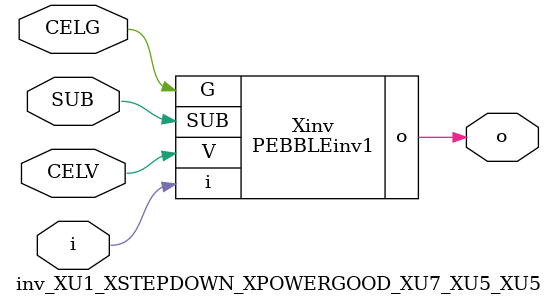
<source format=v>



module PEBBLEinv1 ( o, G, SUB, V, i );

  input V;
  input i;
  input G;
  output o;
  input SUB;
endmodule

//Celera Confidential Do Not Copy inv_XU1_XSTEPDOWN_XPOWERGOOD_XU7_XU5_XU5
//Celera Confidential Symbol Generator
//5V Inverter
module inv_XU1_XSTEPDOWN_XPOWERGOOD_XU7_XU5_XU5 (CELV,CELG,i,o,SUB);
input CELV;
input CELG;
input i;
input SUB;
output o;

//Celera Confidential Do Not Copy inv
PEBBLEinv1 Xinv(
.V (CELV),
.i (i),
.o (o),
.SUB (SUB),
.G (CELG)
);
//,diesize,PEBBLEinv1

//Celera Confidential Do Not Copy Module End
//Celera Schematic Generator
endmodule

</source>
